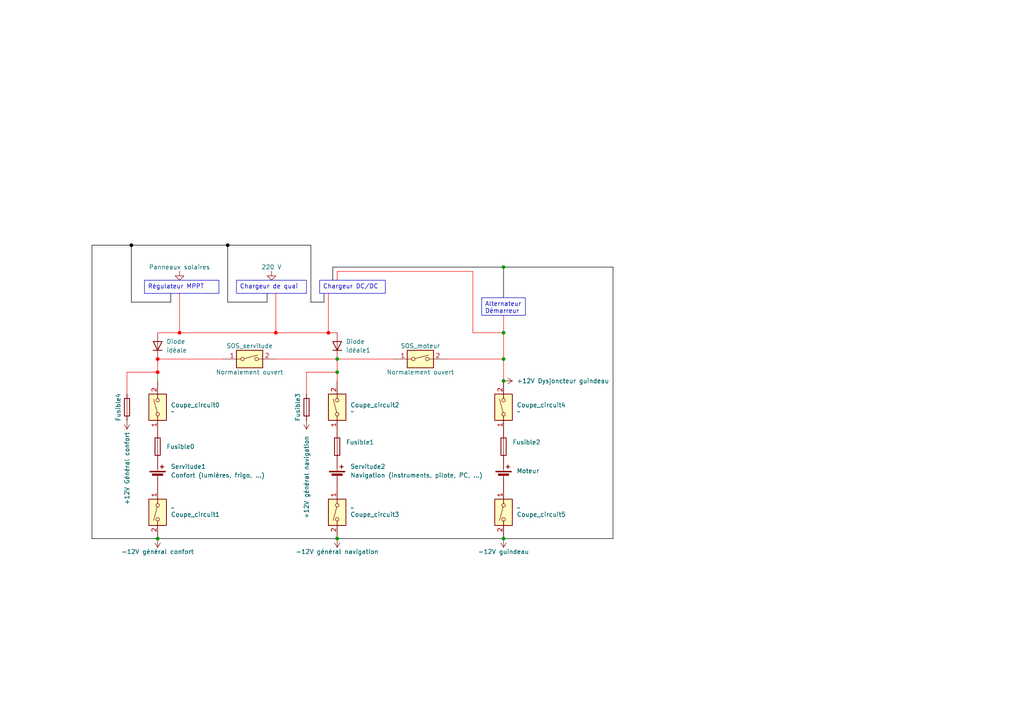
<source format=kicad_sch>
(kicad_sch (version 20231120) (generator "eeschema") (generator_version "8.0")
  (paper "A4")
  (lib_symbols
    (symbol "Device:Battery_Cell" (pin_numbers hide) (pin_names (offset 0) hide)
      (property "Reference" "BT" (at 2.54 2.54 0))
      (property "Value" "Battery_Cell" (at 2.54 0 0))
      (symbol "Battery_Cell_0_1"
        (rectangle (start -2.286 1.778) (end 2.286 1.524) (fill (type outline)))
        (rectangle (start -1.524 1.016) (end 1.524 0.508) (fill (type outline)))
        (polyline (pts (xy 0 0.762) (xy 0 0)))
        (polyline (pts (xy 0 1.778) (xy 0 2.54)))
        (polyline (pts (xy 0.762 3.048) (xy 1.778 3.048)) (stroke (width 0.254)))
        (polyline (pts (xy 1.27 3.556) (xy 1.27 2.54)) (stroke (width 0.254)))
      )
      (symbol "Battery_Cell_1_1"
        (pin passive line (at 0 5.08 270) (length 2.54) (name "+") (number "1"))
        (pin passive line (at 0 -2.54 90) (length 2.54) (name "-") (number "2"))
      )
    )
    (symbol "Device:D" (pin_numbers hide) (pin_names (offset 1.016) hide)
      (property "Reference" "D" (at 0 2.54 0))
      (property "Value" "D" (at 0 -2.54 0))
      (symbol "D_0_1"
        (polyline (pts (xy -1.27 1.27) (xy -1.27 -1.27)) (stroke (width 0.254)))
        (polyline (pts (xy 1.27 0) (xy -1.27 0)))
        (polyline (pts (xy 1.27 1.27) (xy 1.27 -1.27) (xy -1.27 0) (xy 1.27 1.27)) (stroke (width 0.254)))
      )
      (symbol "D_1_1"
        (pin passive line (at -3.81 0 0) (length 2.54) (name "K") (number "1"))
        (pin passive line (at 3.81 0 180) (length 2.54) (name "A") (number "2"))
      )
    )
    (symbol "Device:Fuse" (pin_numbers hide) (pin_names (offset 0))
      (property "Reference" "F" (at 2.032 0 90))
      (property "Value" "Fuse" (at -1.905 0 90))
      (symbol "Fuse_0_1"
        (rectangle (start -0.762 -2.54) (end 0.762 2.54) (stroke (width 0.254)))
        (polyline (pts (xy 0 2.54) (xy 0 -2.54)))
      )
      (symbol "Fuse_1_1"
        (pin passive line (at 0 3.81 270) (length 1.27) (name "~") (number "1"))
        (pin passive line (at 0 -3.81 90) (length 1.27) (name "~") (number "2"))
      )
    )
    (symbol "Switch:SW_DIP_x01" (pin_names (offset 0) hide)
      (property "Reference" "SW" (at 0 3.81 0))
      (property "Value" "SW_DIP_x01" (at 0 -3.81 0))
      (symbol "SW_DIP_x01_0_0"
        (circle (center -2.032 0) (radius 0.508))
        (polyline (pts (xy -1.524 0.127) (xy 2.3622 1.1684)))
        (circle (center 2.032 0) (radius 0.508))
      )
      (symbol "SW_DIP_x01_0_1"
        (rectangle (start -3.81 2.54) (end 3.81 -2.54) (stroke (width 0.254)) (fill (type background)))
      )
      (symbol "SW_DIP_x01_1_1"
        (pin passive line (at -7.62 0 0) (length 5.08) (name "~") (number "1"))
        (pin passive line (at 7.62 0 180) (length 5.08) (name "~") (number "2"))
      )
    )
    (symbol "power:+12C" (power) (pin_numbers hide) (pin_names (offset 0) hide)
      (property "Value" "+12C" (at 0 3.556 0))
      (symbol "+12C_0_1"
        (polyline (pts (xy -0.762 1.27) (xy 0 2.54)))
        (polyline (pts (xy 0 0) (xy 0 2.54)))
        (polyline (pts (xy 0 2.54) (xy 0.762 1.27)))
      )
      (symbol "+12C_1_1"
        (pin power_in line (at 0 0 90) (length 0) (name "~") (number "1"))
      )
    )
    (symbol "power:GNDS" (power) (pin_numbers hide) (pin_names (offset 0) hide)
      (property "Value" "GNDS" (at 0 -3.81 0))
      (symbol "GNDS_0_1"
        (polyline (pts (xy 0 0) (xy 0 -1.27) (xy 1.27 -1.27) (xy 0 -2.54) (xy -1.27 -1.27) (xy 0 -1.27)))
      )
      (symbol "GNDS_1_1"
        (pin power_in line (at 0 0 270) (length 0) (name "~") (number "1"))
      )
    )
  )
  (junction (at 45.72 156.21))
  (junction (at 146.05 104.14))
  (junction (at 97.79 156.21))
  (junction (at 80.01 96.52) (color 255 0 0 1))
  (junction (at 38.1 71.12) (color 0 0 0 1))
  (junction (at 95.25 96.52) (color 255 0 0 1))
  (junction (at 45.72 104.14) (color 255 0 0 1))
  (junction (at 97.79 107.95))
  (junction (at 97.79 104.14))
  (junction (at 146.05 156.21))
  (junction (at 66.04 71.12) (color 0 0 0 1))
  (junction (at 146.05 110.49))
  (junction (at 146.05 96.52))
  (junction (at 146.05 77.47))
  (junction (at 52.07 96.52) (color 255 0 0 1))
  (junction (at 45.72 107.95) (color 255 0 0 1))
  (wire (pts (xy 45.72 156.21) (xy 26.67 156.21)) (stroke (width 0) (color 0 0 0 1)))
  (wire (pts (xy 45.72 156.21) (xy 97.79 156.21)) (stroke (width 0) (color 0 0 0 1)))
  (wire (pts (xy 80.01 85.09) (xy 80.01 96.52)) (stroke (width 0) (color 255 0 0 1)))
  (wire (pts (xy 45.72 104.14) (xy 64.77 104.14)) (stroke (width 0) (color 255 0 0 1)))
  (wire (pts (xy 146.05 91.44) (xy 146.05 96.52)) (stroke (width 0) (color 255 0 0 1)))
  (wire (pts (xy 77.47 87.63) (xy 77.47 85.09)) (stroke (width 0) (color 0 0 0 1)))
  (wire (pts (xy 177.8 77.47) (xy 146.05 77.47)) (stroke (width 0) (color 0 0 0 1)))
  (wire (pts (xy 95.25 96.52) (xy 97.79 96.52)) (stroke (width 0) (color 255 0 0 1)))
  (wire (pts (xy 49.53 85.09) (xy 49.53 87.63)) (stroke (width 0) (color 0 0 0 1)))
  (wire (pts (xy 177.8 77.47) (xy 177.8 156.21)) (stroke (width 0) (color 0 0 0 1)))
  (wire (pts (xy 36.83 107.95) (xy 36.83 114.3)) (stroke (width 0) (color 255 0 0 1)))
  (wire (pts (xy 38.1 87.63) (xy 49.53 87.63)) (stroke (width 0) (color 0 0 0 1)))
  (wire (pts (xy 146.05 77.47) (xy 96.52 77.47)) (stroke (width 0) (color 0 0 0 1)))
  (wire (pts (xy 129.54 104.14) (xy 146.05 104.14)) (stroke (width 0) (color 255 0 0 1)))
  (wire (pts (xy 66.04 71.12) (xy 66.04 87.63)) (stroke (width 0) (color 0 0 0 1)))
  (wire (pts (xy 93.98 85.09) (xy 93.98 87.63)) (stroke (width 0) (color 0 0 0 1)))
  (wire (pts (xy 52.07 85.09) (xy 52.07 96.52)) (stroke (width 0) (color 255 0 0 1)))
  (wire (pts (xy 45.72 96.52) (xy 52.07 96.52)) (stroke (width 0) (color 255 0 0 1)))
  (wire (pts (xy 97.79 78.74) (xy 97.79 81.28)) (stroke (width 0) (color 255 0 0 1)))
  (wire (pts (xy 80.01 96.52) (xy 95.25 96.52)) (stroke (width 0) (color 255 0 0 1)))
  (wire (pts (xy 97.79 107.95) (xy 88.9 107.95)) (stroke (width 0) (color 255 0 0 1)))
  (wire (pts (xy 45.72 104.14) (xy 45.72 107.95)) (stroke (width 0) (color 255 0 0 1)))
  (wire (pts (xy 38.1 71.12) (xy 66.04 71.12)) (stroke (width 0) (color 0 0 0 1)))
  (wire (pts (xy 97.79 104.14) (xy 114.3 104.14)) (stroke (width 0) (color 255 0 0 1)))
  (wire (pts (xy 177.8 156.21) (xy 146.05 156.21)) (stroke (width 0) (color 0 0 0 1)))
  (wire (pts (xy 97.79 156.21) (xy 146.05 156.21)) (stroke (width 0) (color 0 0 0 1)))
  (wire (pts (xy 66.04 87.63) (xy 77.47 87.63)) (stroke (width 0) (color 0 0 0 1)))
  (wire (pts (xy 97.79 107.95) (xy 97.79 110.49)) (stroke (width 0) (color 255 0 0 1)))
  (wire (pts (xy 90.17 71.12) (xy 90.17 87.63)) (stroke (width 0) (color 0 0 0 1)))
  (wire (pts (xy 146.05 110.49) (xy 146.05 104.14)) (stroke (width 0) (color 255 0 0 1)))
  (wire (pts (xy 88.9 107.95) (xy 88.9 114.3)) (stroke (width 0) (color 255 0 0 1)))
  (wire (pts (xy 45.72 107.95) (xy 45.72 110.49)))
  (wire (pts (xy 38.1 71.12) (xy 38.1 87.63)) (stroke (width 0) (color 0 0 0 1)))
  (wire (pts (xy 66.04 71.12) (xy 90.17 71.12)) (stroke (width 0) (color 0 0 0 1)))
  (wire (pts (xy 146.05 96.52) (xy 137.16 96.52)) (stroke (width 0) (color 255 0 0 1)))
  (wire (pts (xy 26.67 71.12) (xy 38.1 71.12)) (stroke (width 0) (color 0 0 0 1)))
  (wire (pts (xy 90.17 87.63) (xy 93.98 87.63)) (stroke (width 0) (color 0 0 0 1)))
  (wire (pts (xy 146.05 77.47) (xy 146.05 86.36)) (stroke (width 0) (color 0 0 0 1)))
  (wire (pts (xy 97.79 104.14) (xy 97.79 107.95)) (stroke (width 0) (color 255 0 0 1)))
  (wire (pts (xy 137.16 78.74) (xy 137.16 96.52)) (stroke (width 0) (color 255 0 0 1)))
  (wire (pts (xy 26.67 156.21) (xy 26.67 71.12)) (stroke (width 0) (color 0 0 0 1)))
  (wire (pts (xy 36.83 107.95) (xy 45.72 107.95)) (stroke (width 0) (color 255 0 0 1)))
  (wire (pts (xy 52.07 96.52) (xy 80.01 96.52)) (stroke (width 0) (color 255 0 0 1)))
  (wire (pts (xy 137.16 78.74) (xy 97.79 78.74)) (stroke (width 0) (color 255 0 0 1)))
  (wire (pts (xy 80.01 104.14) (xy 97.79 104.14)) (stroke (width 0) (color 255 0 0 1)))
  (wire (pts (xy 95.25 85.09) (xy 95.25 96.52)) (stroke (width 0) (color 255 0 0 1)))
  (wire (pts (xy 96.52 77.47) (xy 96.52 81.28)) (stroke (width 0) (color 0 0 0 1)))
  (wire (pts (xy 146.05 96.52) (xy 146.05 104.14)) (stroke (width 0) (color 255 0 0 1)))
  (text_box "Régulateur MPPT" (at 41.91 81.28 0) (size 21.59 3.81) (effects (font (size 1.27 1.27)) (justify left top)))
  (text_box "Alternateur\nDémarreur" (at 139.7 86.36 0) (size 12.7 5.08) (effects (font (size 1.27 1.27)) (justify left top)))
  (text_box "Chargeur de quai" (at 68.58 81.28 0) (size 20.32 3.81) (effects (font (size 1.27 1.27)) (justify left top)))
  (text_box "Chargeur DC/DC" (at 92.71 81.28 0) (size 19.05 3.81) (effects (font (size 1.27 1.27)) (justify left top)))
  (symbol (lib_id "Switch:SW_DIP_x01") (at 146.05 148.59 90) (mirror x) (unit 1)
    (property "Reference" "Coupe_circuit5" (at 149.86 149.2251 90) (effects (justify right)))
    (property "Value" "~" (at 149.86 147.32 90) (effects (justify right)))
    (property "Description" "1x DIP Switch, Single Pole Single Throw (SPST) switch, small symbol" (effects (hide yes)))
  )
  (symbol (lib_id "Device:Fuse") (at 88.9 118.11 0) (unit 1)
    (property "Reference" "Fusible3" (at 86.36 118.11 90))
    (property "Value" "navigation" (effects (hide yes)))
    (property "Description" "Fuse" (effects (hide yes)))
  )
  (symbol (lib_id "Switch:SW_DIP_x01") (at 97.79 118.11 90) (unit 1)
    (property "Reference" "Coupe_circuit2" (at 101.6 117.4749 90) (effects (justify right)))
    (property "Value" "~" (at 101.6 119.38 90) (effects (justify right)))
    (property "Description" "1x DIP Switch, Single Pole Single Throw (SPST) switch, small symbol" (effects (hide yes)))
  )
  (symbol (lib_id "Device:Fuse") (at 146.05 129.54 0) (unit 1)
    (property "Reference" "Fusible2" (at 148.59 128.2699 0) (effects (justify left)))
    (property "Value" "Fuse" (effects (hide yes)))
    (property "Description" "Fuse" (effects (hide yes)))
  )
  (symbol (lib_id "Device:D") (at 97.79 100.33 270) (mirror x) (unit 1)
    (property "Reference" "idéale1" (at 100.33 101.6001 90) (effects (justify left)))
    (property "Value" "Diode" (at 100.33 99.0601 90) (effects (justify left)))
    (property "Description" "Diode" (effects (hide yes)))
    (property "Sim.Device" "D" (effects (hide yes)))
    (property "Sim.Pins" "1=K 2=A" (effects (hide yes)))
  )
  (symbol (lib_id "Device:Fuse") (at 45.72 129.54 0) (unit 1)
    (property "Reference" "Fusible0" (at 48.26 129.5399 0) (effects (justify left)))
    (property "Value" "Fuse" (effects (hide yes)))
    (property "Description" "Fuse" (effects (hide yes)))
  )
  (symbol (lib_id "Switch:SW_DIP_x01") (at 97.79 148.59 90) (mirror x) (unit 1)
    (property "Reference" "Coupe_circuit3" (at 101.6 149.2251 90) (effects (justify right)))
    (property "Value" "~" (at 101.6 147.32 90) (effects (justify right)))
    (property "Description" "1x DIP Switch, Single Pole Single Throw (SPST) switch, small symbol" (effects (hide yes)))
  )
  (symbol (lib_id "Device:Battery_Cell") (at 45.72 138.43 0) (unit 1)
    (property "Reference" "Servitude1" (at 49.53 135.3184 0) (effects (justify left)))
    (property "Value" "Confort (lumières, frigo, ...)" (at 49.53 137.8584 0) (effects (justify left)))
    (property "Description" "Single-cell battery" (effects (hide yes)))
  )
  (symbol (lib_id "Switch:SW_DIP_x01") (at 45.72 118.11 90) (unit 1)
    (property "Reference" "Coupe_circuit0" (at 49.53 117.4749 90) (effects (justify right)))
    (property "Value" "~" (at 49.53 119.38 90) (effects (justify right)))
    (property "Description" "1x DIP Switch, Single Pole Single Throw (SPST) switch, small symbol" (effects (hide yes)))
  )
  (symbol (lib_id "Device:Fuse") (at 36.83 118.11 0) (unit 1)
    (property "Reference" "Fusible4" (at 34.29 118.11 90))
    (property "Value" "confort" (effects (hide yes)))
    (property "Description" "Fuse" (effects (hide yes)))
  )
  (symbol (lib_id "power:+12C") (at 45.72 156.21 0) (mirror x) (unit 1)
    (property "Reference" "#PWR05" (effects (hide yes)))
    (property "Value" "-12V général confort" (at 45.72 160.02 0))
    (property "Description" "Power symbol creates a global label with name \"+12C\"" (effects (hide yes)))
  )
  (symbol (lib_id "Switch:SW_DIP_x01") (at 121.92 104.14 0) (unit 1)
    (property "Reference" "SOS_moteur" (at 121.92 100.33 0))
    (property "Value" "Normalement ouvert" (at 121.92 107.95 0))
    (property "Description" "1x DIP Switch, Single Pole Single Throw (SPST) switch, small symbol" (effects (hide yes)))
  )
  (symbol (lib_id "power:GNDS") (at 52.07 78.74 0) (unit 1)
    (property "Reference" "#PWR08" (effects (hide yes)))
    (property "Value" "Panneaux solaires" (at 52.07 77.47 0))
    (property "Description" "Power symbol creates a global label with name \"GNDS\" , signal ground" (effects (hide yes)))
  )
  (symbol (lib_id "power:+12C") (at 97.79 156.21 0) (mirror x) (unit 1)
    (property "Reference" "#PWR04" (effects (hide yes)))
    (property "Value" "-12V général navigation" (at 97.79 160.02 0))
    (property "Description" "Power symbol creates a global label with name \"+12C\"" (effects (hide yes)))
  )
  (symbol (lib_id "Device:Battery_Cell") (at 97.79 138.43 0) (unit 1)
    (property "Reference" "Servitude2" (at 101.6 135.3184 0) (effects (justify left)))
    (property "Value" "Navigation (instruments, pilote, PC, ...)" (at 101.6 137.8584 0) (effects (justify left)))
    (property "Description" "Single-cell battery" (effects (hide yes)))
  )
  (symbol (lib_id "Device:Fuse") (at 97.79 129.54 0) (unit 1)
    (property "Reference" "Fusible1" (at 100.33 128.2699 0) (effects (justify left)))
    (property "Value" "Fuse" (effects (hide yes)))
    (property "Description" "Fuse" (effects (hide yes)))
  )
  (symbol (lib_id "Switch:SW_DIP_x01") (at 146.05 118.11 90) (unit 1)
    (property "Reference" "Coupe_circuit4" (at 149.86 117.4749 90) (effects (justify right)))
    (property "Value" "~" (at 149.86 119.38 90) (effects (justify right)))
    (property "Description" "1x DIP Switch, Single Pole Single Throw (SPST) switch, small symbol" (effects (hide yes)))
  )
  (symbol (lib_id "power:+12C") (at 146.05 156.21 0) (mirror x) (unit 1)
    (property "Reference" "#PWR06" (effects (hide yes)))
    (property "Value" "-12V guindeau" (at 146.05 160.02 0))
    (property "Description" "Power symbol creates a global label with name \"+12C\"" (effects (hide yes)))
  )
  (symbol (lib_id "Device:D") (at 45.72 100.33 270) (mirror x) (unit 1)
    (property "Reference" "idéale" (at 48.26 101.6001 90) (effects (justify left)))
    (property "Value" "Diode" (at 48.26 99.0601 90) (effects (justify left)))
    (property "Description" "Diode" (effects (hide yes)))
    (property "Sim.Device" "D" (effects (hide yes)))
    (property "Sim.Pins" "1=K 2=A" (effects (hide yes)))
  )
  (symbol (lib_id "Switch:SW_DIP_x01") (at 72.39 104.14 0) (unit 1)
    (property "Reference" "SOS_servitude" (at 72.39 100.33 0))
    (property "Value" "Normalement ouvert" (at 72.39 107.95 0))
    (property "Description" "1x DIP Switch, Single Pole Single Throw (SPST) switch, small symbol" (effects (hide yes)))
  )
  (symbol (lib_id "Device:Battery_Cell") (at 146.05 138.43 0) (unit 1)
    (property "Reference" "Moteur" (at 149.86 136.5884 0) (effects (justify left)))
    (property "Value" "Moteur" (effects (hide yes)))
    (property "Description" "Single-cell battery" (effects (hide yes)))
  )
  (symbol (lib_id "power:GNDS") (at 78.74 78.74 0) (unit 1)
    (property "Reference" "#PWR07" (effects (hide yes)))
    (property "Value" "220 V" (at 78.74 77.47 0))
    (property "Description" "Power symbol creates a global label with name \"GNDS\" , signal ground" (effects (hide yes)))
  )
  (symbol (lib_id "power:+12C") (at 36.83 121.92 0) (mirror x) (unit 1)
    (property "Reference" "#PWR03" (effects (hide yes)))
    (property "Value" "+12V Général confort" (at 36.83 135.89 90))
    (property "Description" "Power symbol creates a global label with name \"+12C\"" (effects (hide yes)))
  )
  (symbol (lib_id "power:+12C") (at 146.05 110.49 270) (unit 1)
    (property "Reference" "#PWR01" (effects (hide yes)))
    (property "Value" "+12V Dysjoncteur guindeau" (at 149.86 110.4899 90) (effects (justify left)))
    (property "Description" "Power symbol creates a global label with name \"+12C\"" (effects (hide yes)))
  )
  (symbol (lib_id "power:+12C") (at 88.9 121.92 0) (mirror x) (unit 1)
    (property "Reference" "#PWR02" (effects (hide yes)))
    (property "Value" "+12V général navigation" (at 88.9 138.43 90))
    (property "Description" "Power symbol creates a global label with name \"+12C\"" (effects (hide yes)))
  )
  (symbol (lib_id "Switch:SW_DIP_x01") (at 45.72 148.59 90) (mirror x) (unit 1)
    (property "Reference" "Coupe_circuit1" (at 49.53 149.2251 90) (effects (justify right)))
    (property "Value" "~" (at 49.53 147.32 90) (effects (justify right)))
    (property "Description" "1x DIP Switch, Single Pole Single Throw (SPST) switch, small symbol" (effects (hide yes)))
  )
)
</source>
